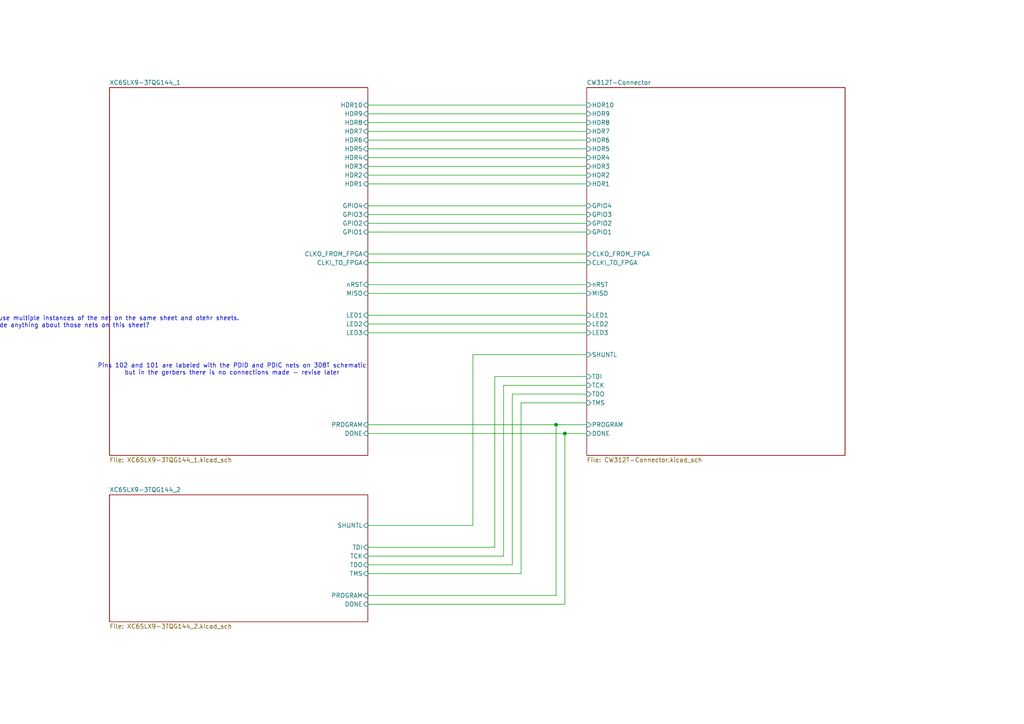
<source format=kicad_sch>
(kicad_sch (version 20231120) (generator "eeschema") (generator_version "8.0")
  (paper "A4")
  (lib_symbols
    (symbol "Silkscreen_Symbols:CE_Free" (in_bom no)
      (property "Reference" "PCB" (at -2.54 6.35 0))
      (property "Value" "CE Symbol" (at 0 0 0))
    )
    (symbol "Silkscreen_Symbols:Pb_Free" (in_bom no)
      (property "Reference" "PCB" (at 0 0 0))
      (property "Value" "Pb_Free Symbol" (at 0 0 0))
    )
    (symbol "Silkscreen_Symbols:UKCA" (in_bom no)
      (property "Reference" "PCB" (at 0 0 0))
      (property "Value" "UKCA symbol" (at 0 0 0))
    )
    (symbol "Silkscreen_Symbols:WEEE" (in_bom no)
      (property "Reference" "PCB" (at -1.27 4.445 0))
      (property "Value" "WEEE SYMBOL" (at 0 0 0))
    )
  )
  (junction (at 163.83 125.73))
  (junction (at 161.29 123.19))
  (wire (pts (xy 161.29 123.19) (xy 161.29 172.72)))
  (wire (pts (xy 106.68 125.73) (xy 163.83 125.73)))
  (wire (pts (xy 151.13 166.37) (xy 151.13 116.84)))
  (wire (pts (xy 170.18 102.87) (xy 137.16 102.87)))
  (wire (pts (xy 106.68 35.56) (xy 170.18 35.56)))
  (wire (pts (xy 106.68 43.18) (xy 170.18 43.18)))
  (wire (pts (xy 106.68 73.66) (xy 170.18 73.66)))
  (wire (pts (xy 106.68 50.8) (xy 170.18 50.8)))
  (wire (pts (xy 143.51 158.75) (xy 143.51 109.22)))
  (wire (pts (xy 170.18 114.3) (xy 148.59 114.3)))
  (wire (pts (xy 106.68 85.09) (xy 170.18 85.09)))
  (wire (pts (xy 106.68 45.72) (xy 170.18 45.72)))
  (wire (pts (xy 106.68 161.29) (xy 146.05 161.29)))
  (wire (pts (xy 146.05 161.29) (xy 146.05 111.76)))
  (wire (pts (xy 106.68 166.37) (xy 151.13 166.37)))
  (wire (pts (xy 151.13 116.84) (xy 170.18 116.84)))
  (wire (pts (xy 106.68 59.69) (xy 170.18 59.69)))
  (wire (pts (xy 163.83 125.73) (xy 170.18 125.73)))
  (wire (pts (xy 137.16 152.4) (xy 106.68 152.4)))
  (wire (pts (xy 106.68 64.77) (xy 170.18 64.77)))
  (wire (pts (xy 106.68 48.26) (xy 170.18 48.26)))
  (wire (pts (xy 146.05 111.76) (xy 170.18 111.76)))
  (wire (pts (xy 106.68 62.23) (xy 170.18 62.23)))
  (wire (pts (xy 161.29 123.19) (xy 106.68 123.19)))
  (wire (pts (xy 106.68 172.72) (xy 161.29 172.72)))
  (wire (pts (xy 106.68 82.55) (xy 170.18 82.55)))
  (wire (pts (xy 106.68 96.52) (xy 170.18 96.52)))
  (wire (pts (xy 163.83 175.26) (xy 163.83 125.73)))
  (wire (pts (xy 148.59 114.3) (xy 148.59 163.83)))
  (wire (pts (xy 106.68 30.48) (xy 170.18 30.48)))
  (wire (pts (xy 161.29 123.19) (xy 170.18 123.19)))
  (wire (pts (xy 106.68 93.98) (xy 170.18 93.98)))
  (wire (pts (xy 106.68 175.26) (xy 163.83 175.26)))
  (wire (pts (xy 137.16 102.87) (xy 137.16 152.4)))
  (wire (pts (xy 106.68 91.44) (xy 170.18 91.44)))
  (wire (pts (xy 106.68 40.64) (xy 170.18 40.64)))
  (wire (pts (xy 106.68 53.34) (xy 170.18 53.34)))
  (wire (pts (xy 106.68 38.1) (xy 170.18 38.1)))
  (wire (pts (xy 106.68 163.83) (xy 148.59 163.83)))
  (wire (pts (xy 106.68 76.2) (xy 170.18 76.2)))
  (wire (pts (xy 106.68 33.02) (xy 170.18 33.02)))
  (wire (pts (xy 143.51 109.22) (xy 170.18 109.22)))
  (wire (pts (xy 106.68 158.75) (xy 143.51 158.75)))
  (wire (pts (xy 106.68 67.31) (xy 170.18 67.31)))
  (text "Pins 102 and 101 are labeled with the PDID and PDIC nets on 308T schematic\nbut in the gerbers there is no connections made - revise later\n" (at 67.31 107.188 0) (effects (font (size 1.27 1.27))))
  (text "Used global labels for SCK and MOSI because multiple instances of the net on the same sheet and otehr sheets. \nshould we include anything about those nets on this sheet?" (at 13.97 93.472 0) (effects (font (size 1.27 1.27))))
  (symbol (lib_id "Silkscreen_Symbols:UKCA") (at -68.58 143.51 0) (unit 1)
    (property "Reference" "PCB3" (at -66.04 142.2399 0) (effects (justify left)))
    (property "Value" "UKCA symbol" (at -66.04 144.7799 0) (effects (justify left)))
    (property "Footprint" "Silkscrren_Symbols:UKCA-Logo_8x8mm_SilkScreen" (effects (hide yes)))
  )
  (symbol (lib_id "Silkscreen_Symbols:WEEE") (at -68.58 148.59 0) (unit 1) (in_bom no)
    (property "Reference" "PCB4" (at -66.04 147.3199 0) (effects (justify left)))
    (property "Value" "WEEE SYMBOL" (at -66.04 149.8599 0) (effects (justify left)))
    (property "Footprint" "Silkscrren_Symbols:WEEE-Logo_5.6x8mm_SilkScreen" (effects (hide yes)))
  )
  (symbol (lib_id "Silkscreen_Symbols:Pb_Free") (at -68.58 138.43 0) (unit 1) (in_bom no)
    (property "Reference" "PCB2" (at -66.04 137.1599 0) (effects (justify left)))
    (property "Value" "Pb_Free Symbol" (at -66.04 139.6999 0) (effects (justify left)))
    (property "Footprint" "Silkscrren_Symbols:Pb_Free_8.0x8.0mm_SilkScreen" (effects (hide yes)))
  )
  (symbol (lib_id "Silkscreen_Symbols:CE_Free") (at -68.58 133.35 0) (unit 1) (in_bom no)
    (property "Reference" "PCB1" (at -66.04 132.0799 0) (effects (justify left)))
    (property "Value" "CE Symbol" (at -66.04 134.6199 0) (effects (justify left)))
    (property "Footprint" "Silkscrren_Symbols:CE-Logo_8.5x6mm_SilkScreen" (effects (hide yes)))
  )
  (sheet (at 170.18 25.4) (size 74.93 106.68) (stroke (width 0.1524))
    (property "Sheetname" "CW312T-Connector" (at 170.18 24.6884 0) (effects (justify left bottom)))
    (property "Sheetfile" "CW312T-Connector.kicad_sch" (at 170.18 132.6646 0) (effects (justify left top)))
    (pin "HDR3" input (at 170.18 48.26 180))
    (pin "HDR2" input (at 170.18 50.8 180))
    (pin "HDR6" input (at 170.18 40.64 180))
    (pin "HDR1" input (at 170.18 53.34 180))
    (pin "HDR4" input (at 170.18 45.72 180))
    (pin "HDR5" input (at 170.18 43.18 180))
    (pin "MISO" input (at 170.18 85.09 180))
    (pin "DONE" input (at 170.18 125.73 180))
    (pin "TDO" input (at 170.18 114.3 180))
    (pin "PROGRAM" input (at 170.18 123.19 180))
    (pin "TCK" input (at 170.18 111.76 180))
    (pin "TDI" input (at 170.18 109.22 180))
    (pin "TMS" input (at 170.18 116.84 180))
    (pin "SHUNTL" input (at 170.18 102.87 180))
    (pin "GPIO1" input (at 170.18 67.31 180))
    (pin "GPIO2" input (at 170.18 64.77 180))
    (pin "GPIO4" input (at 170.18 59.69 180))
    (pin "GPIO3" input (at 170.18 62.23 180))
    (pin "LED3" input (at 170.18 96.52 180))
    (pin "LED2" input (at 170.18 93.98 180))
    (pin "LED1" input (at 170.18 91.44 180))
    (pin "nRST" input (at 170.18 82.55 180))
    (pin "HDR10" input (at 170.18 30.48 180))
    (pin "HDR8" input (at 170.18 35.56 180))
    (pin "HDR9" input (at 170.18 33.02 180))
    (pin "HDR7" input (at 170.18 38.1 180))
    (pin "CLKI_TO_FPGA" input (at 170.18 76.2 180))
    (pin "CLKO_FROM_FPGA" input (at 170.18 73.66 180))
  )
  (sheet (at 31.75 143.51) (size 74.93 36.83) (stroke (width 0.1524))
    (property "Sheetname" "XC6SLX9-3TQG144_2" (at 31.75 142.7984 0) (effects (justify left bottom)))
    (property "Sheetfile" "XC6SLX9-3TQG144_2.kicad_sch" (at 31.75 180.9246 0) (effects (justify left top)))
    (pin "TDI" input (at 106.68 158.75 0))
    (pin "TCK" input (at 106.68 161.29 0))
    (pin "TDO" input (at 106.68 163.83 0))
    (pin "TMS" input (at 106.68 166.37 0))
    (pin "PROGRAM" input (at 106.68 172.72 0))
    (pin "DONE" input (at 106.68 175.26 0))
    (pin "SHUNTL" input (at 106.68 152.4 0))
  )
  (sheet (at 31.75 25.4) (size 74.93 106.68) (stroke (width 0.1524))
    (property "Sheetname" "XC6SLX9-3TQG144_1" (at 31.75 24.6884 0) (effects (justify left bottom)))
    (property "Sheetfile" "XC6SLX9-3TQG144_1.kicad_sch" (at 31.75 132.6646 0) (effects (justify left top)))
    (pin "HDR6" input (at 106.68 40.64 0))
    (pin "HDR5" input (at 106.68 43.18 0))
    (pin "HDR4" input (at 106.68 45.72 0))
    (pin "HDR3" input (at 106.68 48.26 0))
    (pin "HDR2" input (at 106.68 50.8 0))
    (pin "HDR1" input (at 106.68 53.34 0))
    (pin "GPIO4" input (at 106.68 59.69 0))
    (pin "GPIO2" input (at 106.68 64.77 0))
    (pin "GPIO3" input (at 106.68 62.23 0))
    (pin "GPIO1" input (at 106.68 67.31 0))
    (pin "MISO" input (at 106.68 85.09 0))
    (pin "nRST" input (at 106.68 82.55 0))
    (pin "DONE" input (at 106.68 125.73 0))
    (pin "PROGRAM" input (at 106.68 123.19 0))
    (pin "LED3" input (at 106.68 96.52 0))
    (pin "LED2" input (at 106.68 93.98 0))
    (pin "LED1" input (at 106.68 91.44 0))
    (pin "HDR10" input (at 106.68 30.48 0))
    (pin "HDR9" input (at 106.68 33.02 0))
    (pin "HDR8" input (at 106.68 35.56 0))
    (pin "HDR7" input (at 106.68 38.1 0))
    (pin "CLKO_FROM_FPGA" input (at 106.68 73.66 0))
    (pin "CLKI_TO_FPGA" input (at 106.68 76.2 0))
  )
)
</source>
